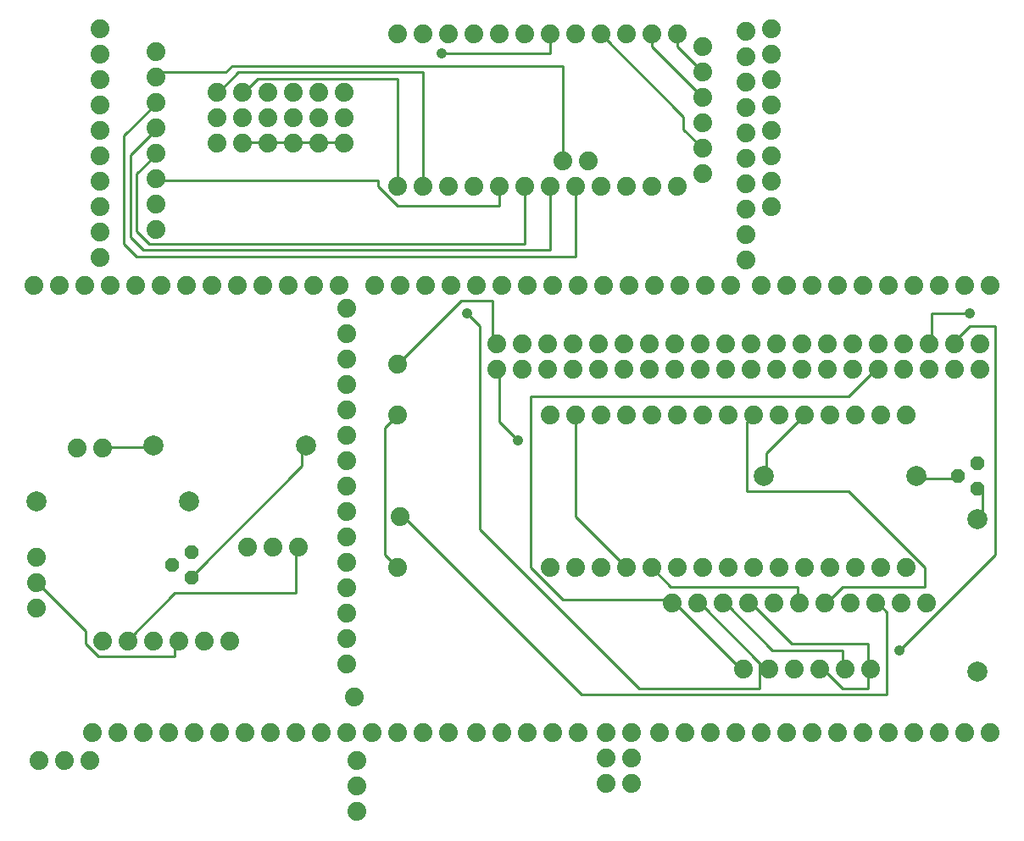
<source format=gbr>
G04 EAGLE Gerber RS-274X export*
G75*
%MOMM*%
%FSLAX34Y34*%
%LPD*%
%INTop Copper*%
%IPPOS*%
%AMOC8*
5,1,8,0,0,1.08239X$1,22.5*%
G01*
%ADD10C,1.879600*%
%ADD11P,1.429621X8X112.500000*%
%ADD12C,2.000000*%
%ADD13C,0.254000*%
%ADD14C,1.066800*%


D10*
X358140Y561340D03*
X383540Y561340D03*
X408940Y561340D03*
X434340Y561340D03*
X459740Y561340D03*
X485140Y561340D03*
X510540Y561340D03*
X535940Y561340D03*
X561340Y561340D03*
X586740Y561340D03*
X612140Y561340D03*
X637540Y561340D03*
X662940Y561340D03*
X688340Y561340D03*
X713740Y561340D03*
X76200Y114300D03*
X101600Y114300D03*
X127000Y114300D03*
X152400Y114300D03*
X177800Y114300D03*
X203200Y114300D03*
X228600Y114300D03*
X254000Y114300D03*
X279400Y114300D03*
X304800Y114300D03*
X330200Y114300D03*
X355600Y114300D03*
X381000Y114300D03*
X406400Y114300D03*
X431800Y114300D03*
X589280Y63500D03*
X589280Y88900D03*
X589280Y114300D03*
X22860Y86360D03*
X48260Y86360D03*
X73660Y86360D03*
X271780Y561340D03*
X297180Y561340D03*
X322580Y561340D03*
X614680Y114300D03*
X614680Y88900D03*
X614680Y63500D03*
X510540Y114300D03*
X535940Y114300D03*
X561340Y114300D03*
X340360Y35560D03*
X340360Y60960D03*
X340360Y86360D03*
X485140Y114300D03*
X459740Y114300D03*
X330200Y182880D03*
X330200Y208280D03*
X330200Y233680D03*
X330200Y259080D03*
X330200Y284480D03*
X330200Y309880D03*
X330200Y335280D03*
X330200Y360680D03*
X330200Y386080D03*
X330200Y411480D03*
X330200Y436880D03*
X330200Y462280D03*
X330200Y487680D03*
X330200Y513080D03*
X330200Y538480D03*
X972820Y114300D03*
X947420Y114300D03*
X922020Y114300D03*
X896620Y114300D03*
X871220Y114300D03*
X845820Y114300D03*
X820420Y114300D03*
X795020Y114300D03*
X769620Y114300D03*
X744220Y114300D03*
X718820Y114300D03*
X693420Y114300D03*
X668020Y114300D03*
X642620Y114300D03*
X744220Y561340D03*
X769620Y561340D03*
X795020Y561340D03*
X820420Y561340D03*
X845820Y561340D03*
X871220Y561340D03*
X896620Y561340D03*
X922020Y561340D03*
X947420Y561340D03*
X972820Y561340D03*
X962660Y502920D03*
X937260Y502920D03*
X911860Y502920D03*
X886460Y502920D03*
X861060Y502920D03*
X835660Y502920D03*
X810260Y502920D03*
X784860Y502920D03*
X759460Y502920D03*
X734060Y502920D03*
X708660Y502920D03*
X683260Y502920D03*
X657860Y502920D03*
X632460Y502920D03*
X607060Y502920D03*
X581660Y502920D03*
X556260Y502920D03*
X530860Y502920D03*
X505460Y502920D03*
X480060Y502920D03*
X480060Y477520D03*
X505460Y477520D03*
X530860Y477520D03*
X556260Y477520D03*
X581660Y477520D03*
X607060Y477520D03*
X632460Y477520D03*
X657860Y477520D03*
X683260Y477520D03*
X708660Y477520D03*
X734060Y477520D03*
X759460Y477520D03*
X784860Y477520D03*
X810260Y477520D03*
X835660Y477520D03*
X861060Y477520D03*
X886460Y477520D03*
X911860Y477520D03*
X937260Y477520D03*
X962660Y477520D03*
X381000Y482600D03*
X381000Y431800D03*
X889000Y431800D03*
X863600Y431800D03*
X838200Y431800D03*
X812800Y431800D03*
X787400Y431800D03*
X762000Y431800D03*
X736600Y431800D03*
X711200Y431800D03*
X685800Y431800D03*
X660400Y431800D03*
X635000Y431800D03*
X609600Y431800D03*
X584200Y431800D03*
X558800Y431800D03*
X533400Y431800D03*
X533400Y279400D03*
X558800Y279400D03*
X584200Y279400D03*
X609600Y279400D03*
X635000Y279400D03*
X660400Y279400D03*
X685800Y279400D03*
X711200Y279400D03*
X736600Y279400D03*
X762000Y279400D03*
X787400Y279400D03*
X812800Y279400D03*
X838200Y279400D03*
X863600Y279400D03*
X889000Y279400D03*
X20320Y289560D03*
X20320Y264160D03*
X20320Y238760D03*
X86360Y398780D03*
X60960Y398780D03*
X281940Y299720D03*
X256540Y299720D03*
X231140Y299720D03*
X17780Y561340D03*
X43180Y561340D03*
X68580Y561340D03*
X93980Y561340D03*
X119380Y561340D03*
X144780Y561340D03*
X170180Y561340D03*
X195580Y561340D03*
X220980Y561340D03*
X246380Y561340D03*
X754380Y640080D03*
X754380Y665480D03*
X754380Y690880D03*
X754380Y716280D03*
X754380Y741680D03*
X754380Y767080D03*
X754380Y792480D03*
X754380Y817880D03*
X655320Y243840D03*
X680720Y243840D03*
X706120Y243840D03*
X731520Y243840D03*
X756920Y243840D03*
X782320Y243840D03*
X807720Y243840D03*
X833120Y243840D03*
X858520Y243840D03*
X883920Y243840D03*
X909320Y243840D03*
X383540Y330200D03*
X381000Y279400D03*
X726440Y177800D03*
X751840Y177800D03*
X777240Y177800D03*
X802640Y177800D03*
X828040Y177800D03*
X853440Y177800D03*
D11*
X960120Y383540D03*
X941070Y370840D03*
X960120Y358140D03*
D12*
X746760Y370840D03*
X899160Y370840D03*
X960120Y175260D03*
X960120Y327660D03*
D11*
X175260Y294640D03*
X156210Y281940D03*
X175260Y269240D03*
D12*
X20320Y345440D03*
X172720Y345440D03*
X289560Y401320D03*
X137160Y401320D03*
D10*
X337820Y149860D03*
X213360Y205740D03*
X187960Y205740D03*
X162560Y205740D03*
X137160Y205740D03*
X111760Y205740D03*
X86360Y205740D03*
X381000Y812800D03*
X406400Y812800D03*
X431800Y812800D03*
X457200Y812800D03*
X482600Y812800D03*
X508000Y812800D03*
X533400Y812800D03*
X558800Y812800D03*
X584200Y812800D03*
X609600Y812800D03*
X635000Y812800D03*
X660400Y812800D03*
X660400Y660400D03*
X635000Y660400D03*
X609600Y660400D03*
X584200Y660400D03*
X558800Y660400D03*
X533400Y660400D03*
X508000Y660400D03*
X482600Y660400D03*
X457200Y660400D03*
X431800Y660400D03*
X406400Y660400D03*
X381000Y660400D03*
X685800Y673100D03*
X685800Y698500D03*
X685800Y723900D03*
X685800Y749300D03*
X685800Y774700D03*
X685800Y800100D03*
X327660Y754380D03*
X327660Y728980D03*
X327660Y703580D03*
X546100Y685800D03*
X571500Y685800D03*
X302260Y754380D03*
X302260Y728980D03*
X302260Y703580D03*
X276860Y754380D03*
X276860Y728980D03*
X276860Y703580D03*
X251460Y754380D03*
X251460Y728980D03*
X251460Y703580D03*
X226060Y754380D03*
X226060Y728980D03*
X226060Y703580D03*
X200660Y754380D03*
X200660Y728980D03*
X200660Y703580D03*
X139700Y795020D03*
X139700Y769620D03*
X139700Y744220D03*
X139700Y718820D03*
X139700Y693420D03*
X139700Y668020D03*
X139700Y642620D03*
X139700Y617220D03*
X728980Y586740D03*
X728980Y612140D03*
X728980Y637540D03*
X728980Y662940D03*
X728980Y688340D03*
X728980Y713740D03*
X728980Y739140D03*
X728980Y764540D03*
X728980Y789940D03*
X728980Y815340D03*
X83820Y589280D03*
X83820Y614680D03*
X83820Y640080D03*
X83820Y665480D03*
X83820Y690880D03*
X83820Y716280D03*
X83820Y741680D03*
X83820Y767080D03*
X83820Y792480D03*
X83820Y817880D03*
D13*
X381000Y482600D02*
X444500Y546100D01*
X476250Y546100D01*
X476250Y508000D01*
X480060Y502920D01*
X482600Y425450D02*
X501650Y406400D01*
X482600Y425450D02*
X482600Y476250D01*
X480060Y477520D01*
D14*
X501650Y406400D03*
D13*
X806450Y177800D02*
X825500Y158750D01*
X850900Y158750D01*
X850900Y177800D01*
X806450Y177800D02*
X802640Y177800D01*
X774700Y203200D02*
X736600Y241300D01*
X774700Y203200D02*
X850900Y203200D01*
X850900Y177800D01*
X736600Y241300D02*
X731520Y243840D01*
X850900Y177800D02*
X853440Y177800D01*
X381000Y279400D02*
X368300Y292100D01*
X368300Y419100D01*
X381000Y431800D01*
X558800Y330200D02*
X609600Y279400D01*
X558800Y330200D02*
X558800Y431800D01*
X69850Y215900D02*
X25400Y260350D01*
X69850Y215900D02*
X69850Y203200D01*
X82550Y190500D01*
X158750Y190500D01*
X158750Y203200D01*
X25400Y260350D02*
X20320Y264160D01*
X158750Y203200D02*
X162560Y205740D01*
X158750Y254000D02*
X114300Y209550D01*
X158750Y254000D02*
X279400Y254000D01*
X279400Y298450D01*
X114300Y209550D02*
X111760Y205740D01*
X279400Y298450D02*
X281940Y299720D01*
X812800Y247650D02*
X825500Y260350D01*
X908050Y260350D01*
X908050Y279400D01*
X831850Y355600D01*
X730250Y355600D01*
X730250Y425450D01*
X736600Y431800D01*
X812800Y247650D02*
X807720Y243840D01*
X565150Y152400D02*
X387350Y330200D01*
X565150Y152400D02*
X869950Y152400D01*
X869950Y234950D01*
X863600Y241300D01*
X387350Y330200D02*
X383540Y330200D01*
X858520Y243840D02*
X863600Y241300D01*
X755650Y196850D02*
X711200Y241300D01*
X755650Y196850D02*
X825500Y196850D01*
X825500Y177800D01*
X711200Y241300D02*
X706120Y243840D01*
X825500Y177800D02*
X828040Y177800D01*
X939800Y508000D02*
X952500Y520700D01*
X977900Y520700D01*
X977900Y292100D01*
X882650Y196850D01*
X937260Y502920D02*
X939800Y508000D01*
D14*
X882650Y196850D03*
D13*
X749300Y177800D02*
X742950Y184150D01*
X685800Y241300D01*
X680720Y243840D01*
X749300Y177800D02*
X751840Y177800D01*
X463550Y520700D02*
X450850Y533400D01*
X463550Y520700D02*
X463550Y317500D01*
X622300Y158750D01*
X742950Y158750D01*
X742950Y184150D01*
D14*
X450850Y533400D03*
D13*
X660400Y241300D02*
X723900Y177800D01*
X660400Y241300D02*
X655320Y243840D01*
X723900Y177800D02*
X726440Y177800D01*
X831850Y450850D02*
X857250Y476250D01*
X831850Y450850D02*
X514350Y450850D01*
X514350Y279400D01*
X546100Y247650D01*
X654050Y247650D01*
X857250Y476250D02*
X861060Y477520D01*
X654050Y247650D02*
X655320Y243840D01*
X654050Y260350D02*
X635000Y279400D01*
X654050Y260350D02*
X781050Y260350D01*
X781050Y247650D01*
X782320Y243840D01*
X914400Y533400D02*
X952500Y533400D01*
X914400Y533400D02*
X914400Y508000D01*
X911860Y502920D01*
D14*
X952500Y533400D03*
D13*
X965200Y355600D02*
X965200Y330200D01*
X965200Y355600D02*
X960120Y358140D01*
X965200Y330200D02*
X960120Y327660D01*
X939800Y368300D02*
X901700Y368300D01*
X939800Y368300D02*
X941070Y370840D01*
X901700Y368300D02*
X899160Y370840D01*
X787400Y431800D02*
X749300Y393700D01*
X749300Y374650D01*
X746760Y370840D01*
X285750Y381000D02*
X177800Y273050D01*
X285750Y381000D02*
X285750Y400050D01*
X177800Y273050D02*
X175260Y269240D01*
X285750Y400050D02*
X289560Y401320D01*
X133350Y400050D02*
X88900Y400050D01*
X86360Y398780D01*
X133350Y400050D02*
X137160Y401320D01*
X584200Y812800D02*
X666750Y730250D01*
X666750Y717550D01*
X685800Y698500D01*
X323850Y704850D02*
X304800Y704850D01*
X302260Y703580D01*
X323850Y704850D02*
X327660Y703580D01*
X273050Y704850D02*
X254000Y704850D01*
X251460Y703580D01*
X273050Y704850D02*
X276860Y703580D01*
X247650Y704850D02*
X228600Y704850D01*
X247650Y704850D02*
X251460Y703580D01*
X228600Y704850D02*
X226060Y703580D01*
X279400Y704850D02*
X298450Y704850D01*
X302260Y703580D01*
X279400Y704850D02*
X276860Y703580D01*
X635000Y800100D02*
X685800Y749300D01*
X635000Y800100D02*
X635000Y812800D01*
X660400Y800100D02*
X685800Y774700D01*
X660400Y800100D02*
X660400Y812800D01*
X533400Y793750D02*
X425450Y793750D01*
X533400Y793750D02*
X533400Y812800D01*
D14*
X425450Y793750D03*
D13*
X139700Y742950D02*
X107950Y711200D01*
X107950Y603250D01*
X120650Y590550D01*
X558800Y590550D01*
X558800Y660400D01*
X139700Y742950D02*
X139700Y744220D01*
X139700Y717550D02*
X114300Y692150D01*
X114300Y609600D01*
X127000Y596900D01*
X533400Y596900D01*
X533400Y660400D01*
X139700Y717550D02*
X139700Y718820D01*
X139700Y692150D02*
X120650Y673100D01*
X120650Y615950D01*
X133350Y603250D01*
X508000Y603250D01*
X508000Y660400D01*
X139700Y692150D02*
X139700Y693420D01*
X139700Y666750D02*
X361950Y666750D01*
X361950Y660400D01*
X381000Y641350D01*
X482600Y641350D01*
X482600Y660400D01*
X139700Y666750D02*
X139700Y668020D01*
X228600Y755650D02*
X241300Y768350D01*
X381000Y768350D01*
X381000Y660400D01*
X228600Y755650D02*
X226060Y754380D01*
X222250Y774700D02*
X203200Y755650D01*
X222250Y774700D02*
X406400Y774700D01*
X406400Y660400D01*
X203200Y755650D02*
X200660Y754380D01*
X209550Y774700D02*
X139700Y774700D01*
X209550Y774700D02*
X215900Y781050D01*
X546100Y781050D01*
X546100Y685800D01*
X139700Y769620D02*
X139700Y774700D01*
M02*

</source>
